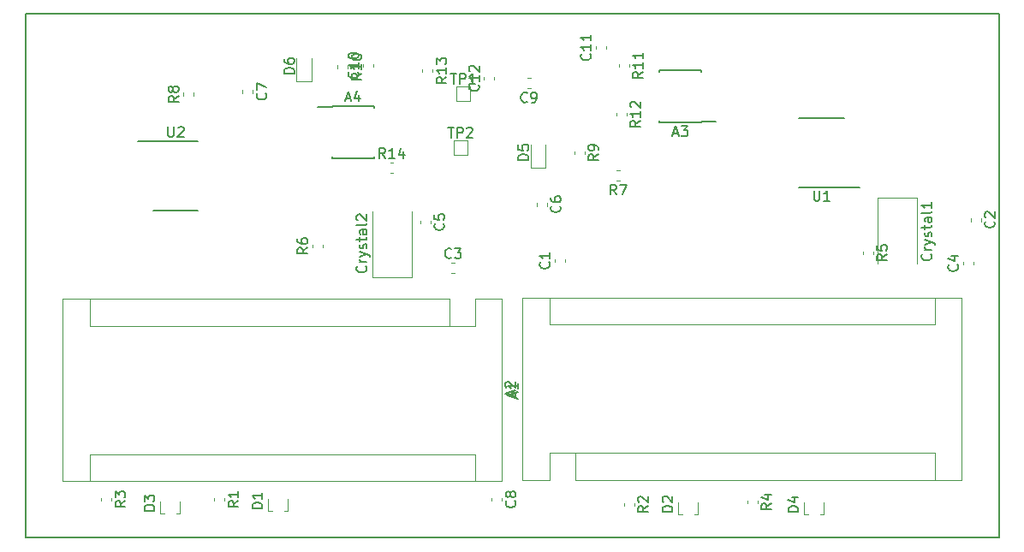
<source format=gbr>
G04 #@! TF.GenerationSoftware,KiCad,Pcbnew,(5.0.1)-3*
G04 #@! TF.CreationDate,2018-11-04T20:32:57-06:00*
G04 #@! TF.ProjectId,ProofOfConceptBoardV1,50726F6F664F66436F6E63657074426F,rev?*
G04 #@! TF.SameCoordinates,Original*
G04 #@! TF.FileFunction,Legend,Top*
G04 #@! TF.FilePolarity,Positive*
%FSLAX46Y46*%
G04 Gerber Fmt 4.6, Leading zero omitted, Abs format (unit mm)*
G04 Created by KiCad (PCBNEW (5.0.1)-3) date 11/4/2018 8:32:57 PM*
%MOMM*%
%LPD*%
G01*
G04 APERTURE LIST*
%ADD10C,0.200000*%
%ADD11C,0.120000*%
%ADD12C,0.150000*%
G04 APERTURE END LIST*
D10*
X78486000Y-108458000D02*
X78486000Y-56642000D01*
X78486000Y-56642000D02*
X174752000Y-56642000D01*
X174752000Y-108458000D02*
X78486000Y-108458000D01*
X174752000Y-56642000D02*
X174752000Y-108458000D01*
D11*
G04 #@! TO.C,Crystal1*
X162749951Y-74774851D02*
X162749951Y-81324851D01*
X166649951Y-74774851D02*
X162749951Y-74774851D01*
X166649951Y-81324851D02*
X166649951Y-74774851D01*
G04 #@! TO.C,D6*
X106780000Y-63258000D02*
X106780000Y-60973000D01*
X105310000Y-63258000D02*
X106780000Y-63258000D01*
X105310000Y-60973000D02*
X105310000Y-63258000D01*
G04 #@! TO.C,R10*
X109345000Y-61712221D02*
X109345000Y-62037779D01*
X110365000Y-61712221D02*
X110365000Y-62037779D01*
D12*
G04 #@! TO.C,U1*
X160976000Y-73808000D02*
X155001000Y-73808000D01*
X159451000Y-66908000D02*
X155001000Y-66908000D01*
D11*
G04 #@! TO.C,R6*
X106851000Y-79750779D02*
X106851000Y-79425221D01*
X107871000Y-79750779D02*
X107871000Y-79425221D01*
G04 #@! TO.C,A1*
X120396000Y-87503000D02*
X122936000Y-87503000D01*
X122936000Y-87503000D02*
X122936000Y-84833000D01*
X120396000Y-84833000D02*
X82166000Y-84833000D01*
X125606000Y-84833000D02*
X122936000Y-84833000D01*
X122936000Y-100203000D02*
X122936000Y-102873000D01*
X122936000Y-100203000D02*
X84836000Y-100203000D01*
X84836000Y-100203000D02*
X84836000Y-102873000D01*
X120396000Y-87503000D02*
X120396000Y-84833000D01*
X120396000Y-87503000D02*
X84836000Y-87503000D01*
X84836000Y-87503000D02*
X84836000Y-84833000D01*
X82166000Y-84833000D02*
X82166000Y-102873000D01*
X82166000Y-102873000D02*
X125606000Y-102873000D01*
X125606000Y-102873000D02*
X125606000Y-84833000D01*
G04 #@! TO.C,A2*
X127632000Y-84706000D02*
X127632000Y-102746000D01*
X171072000Y-84706000D02*
X127632000Y-84706000D01*
X171072000Y-102746000D02*
X171072000Y-84706000D01*
X168402000Y-100076000D02*
X168402000Y-102746000D01*
X132842000Y-100076000D02*
X168402000Y-100076000D01*
X132842000Y-100076000D02*
X132842000Y-102746000D01*
X168402000Y-87376000D02*
X168402000Y-84706000D01*
X130302000Y-87376000D02*
X168402000Y-87376000D01*
X130302000Y-87376000D02*
X130302000Y-84706000D01*
X127632000Y-102746000D02*
X130302000Y-102746000D01*
X132842000Y-102746000D02*
X171072000Y-102746000D01*
X130302000Y-100076000D02*
X130302000Y-102746000D01*
X132842000Y-100076000D02*
X130302000Y-100076000D01*
D12*
G04 #@! TO.C,A3*
X145331000Y-67345000D02*
X145331000Y-67295000D01*
X141181000Y-67345000D02*
X141181000Y-67200000D01*
X141181000Y-62195000D02*
X141181000Y-62340000D01*
X145331000Y-62195000D02*
X145331000Y-62340000D01*
X145331000Y-67345000D02*
X141181000Y-67345000D01*
X145331000Y-62195000D02*
X141181000Y-62195000D01*
X145331000Y-67295000D02*
X146731000Y-67295000D01*
G04 #@! TO.C,A4*
X108796000Y-65801000D02*
X107396000Y-65801000D01*
X108796000Y-70901000D02*
X112946000Y-70901000D01*
X108796000Y-65751000D02*
X112946000Y-65751000D01*
X108796000Y-70901000D02*
X108796000Y-70756000D01*
X112946000Y-70901000D02*
X112946000Y-70756000D01*
X112946000Y-65751000D02*
X112946000Y-65896000D01*
X108796000Y-65751000D02*
X108796000Y-65801000D01*
D11*
G04 #@! TO.C,C2*
X171956000Y-76824721D02*
X171956000Y-77150279D01*
X172976000Y-76824721D02*
X172976000Y-77150279D01*
G04 #@! TO.C,C3*
X120614221Y-81278000D02*
X120939779Y-81278000D01*
X120614221Y-82298000D02*
X120939779Y-82298000D01*
G04 #@! TO.C,C4*
X171194000Y-81442779D02*
X171194000Y-81117221D01*
X172214000Y-81442779D02*
X172214000Y-81117221D01*
G04 #@! TO.C,C5*
X117519000Y-77053221D02*
X117519000Y-77378779D01*
X118539000Y-77053221D02*
X118539000Y-77378779D01*
G04 #@! TO.C,C6*
X129030000Y-75300721D02*
X129030000Y-75626279D01*
X130050000Y-75300721D02*
X130050000Y-75626279D01*
G04 #@! TO.C,C7*
X100967000Y-64150221D02*
X100967000Y-64475779D01*
X99947000Y-64150221D02*
X99947000Y-64475779D01*
G04 #@! TO.C,Crystal2*
X112777000Y-76134000D02*
X112777000Y-82684000D01*
X112777000Y-82684000D02*
X116677000Y-82684000D01*
X116677000Y-82684000D02*
X116677000Y-76134000D01*
G04 #@! TO.C,D1*
X104457157Y-105808497D02*
X104057157Y-105808497D01*
X104457157Y-104608497D02*
X104457157Y-105808497D01*
X102457157Y-105808497D02*
X102857157Y-105808497D01*
X102457157Y-104608497D02*
X102457157Y-105808497D01*
G04 #@! TO.C,D2*
X145018000Y-106123000D02*
X144618000Y-106123000D01*
X145018000Y-104923000D02*
X145018000Y-106123000D01*
X143018000Y-106123000D02*
X143418000Y-106123000D01*
X143018000Y-104923000D02*
X143018000Y-106123000D01*
G04 #@! TO.C,D3*
X91789157Y-104829497D02*
X91789157Y-106029497D01*
X91789157Y-106029497D02*
X92189157Y-106029497D01*
X93789157Y-104829497D02*
X93789157Y-106029497D01*
X93789157Y-106029497D02*
X93389157Y-106029497D01*
G04 #@! TO.C,D4*
X155464000Y-104956000D02*
X155464000Y-106156000D01*
X155464000Y-106156000D02*
X155864000Y-106156000D01*
X157464000Y-104956000D02*
X157464000Y-106156000D01*
X157464000Y-106156000D02*
X157064000Y-106156000D01*
G04 #@! TO.C,D5*
X128466479Y-69530710D02*
X128466479Y-71815710D01*
X128466479Y-71815710D02*
X129936479Y-71815710D01*
X129936479Y-71815710D02*
X129936479Y-69530710D01*
G04 #@! TO.C,R1*
X97153000Y-104485221D02*
X97153000Y-104810779D01*
X98173000Y-104485221D02*
X98173000Y-104810779D01*
G04 #@! TO.C,R2*
X138686000Y-104993221D02*
X138686000Y-105318779D01*
X137666000Y-104993221D02*
X137666000Y-105318779D01*
G04 #@! TO.C,R3*
X86997000Y-104485221D02*
X86997000Y-104810779D01*
X85977000Y-104485221D02*
X85977000Y-104810779D01*
G04 #@! TO.C,R4*
X149858000Y-104739221D02*
X149858000Y-105064779D01*
X150878000Y-104739221D02*
X150878000Y-105064779D01*
G04 #@! TO.C,R5*
X162308000Y-80101221D02*
X162308000Y-80426779D01*
X161288000Y-80101221D02*
X161288000Y-80426779D01*
G04 #@! TO.C,R7*
X137250216Y-72113254D02*
X136924658Y-72113254D01*
X137250216Y-73133254D02*
X136924658Y-73133254D01*
G04 #@! TO.C,R9*
X133775479Y-70193431D02*
X133775479Y-70518989D01*
X132755479Y-70193431D02*
X132755479Y-70518989D01*
G04 #@! TO.C,R11*
X137158000Y-61559221D02*
X137158000Y-61884779D01*
X138178000Y-61559221D02*
X138178000Y-61884779D01*
G04 #@! TO.C,R12*
X137924000Y-66385221D02*
X137924000Y-66710779D01*
X136904000Y-66385221D02*
X136904000Y-66710779D01*
G04 #@! TO.C,R13*
X118747000Y-62067221D02*
X118747000Y-62392779D01*
X117727000Y-62067221D02*
X117727000Y-62392779D01*
G04 #@! TO.C,R14*
X114543721Y-72392000D02*
X114869279Y-72392000D01*
X114543721Y-71372000D02*
X114869279Y-71372000D01*
G04 #@! TO.C,TP1*
X121093000Y-65216000D02*
X121093000Y-63816000D01*
X122493000Y-65216000D02*
X121093000Y-65216000D01*
X122493000Y-63816000D02*
X122493000Y-65216000D01*
X121093000Y-63816000D02*
X122493000Y-63816000D01*
G04 #@! TO.C,TP2*
X120839000Y-69150000D02*
X122239000Y-69150000D01*
X122239000Y-69150000D02*
X122239000Y-70550000D01*
X122239000Y-70550000D02*
X120839000Y-70550000D01*
X120839000Y-70550000D02*
X120839000Y-69150000D01*
D12*
G04 #@! TO.C,U2*
X91120000Y-76094000D02*
X95570000Y-76094000D01*
X89595000Y-69194000D02*
X95570000Y-69194000D01*
D11*
G04 #@! TO.C,R8*
X94105000Y-64729779D02*
X94105000Y-64404221D01*
X95125000Y-64729779D02*
X95125000Y-64404221D01*
G04 #@! TO.C,C8*
X124585000Y-104485221D02*
X124585000Y-104810779D01*
X125605000Y-104485221D02*
X125605000Y-104810779D01*
G04 #@! TO.C,C9*
X128432779Y-62990000D02*
X128107221Y-62990000D01*
X128432779Y-64010000D02*
X128107221Y-64010000D01*
G04 #@! TO.C,C10*
X111885000Y-61884779D02*
X111885000Y-61559221D01*
X112905000Y-61884779D02*
X112905000Y-61559221D01*
G04 #@! TO.C,C11*
X134872000Y-60106779D02*
X134872000Y-59781221D01*
X135892000Y-60106779D02*
X135892000Y-59781221D01*
G04 #@! TO.C,C12*
X124843000Y-63154779D02*
X124843000Y-62829221D01*
X123823000Y-63154779D02*
X123823000Y-62829221D01*
G04 #@! TO.C,C1*
X130808000Y-81188779D02*
X130808000Y-80863221D01*
X131828000Y-81188779D02*
X131828000Y-80863221D01*
G04 #@! TO.C,Crystal1*
D12*
X168007093Y-80386755D02*
X168054712Y-80434374D01*
X168102331Y-80577231D01*
X168102331Y-80672470D01*
X168054712Y-80815327D01*
X167959474Y-80910565D01*
X167864236Y-80958184D01*
X167673760Y-81005803D01*
X167530903Y-81005803D01*
X167340427Y-80958184D01*
X167245189Y-80910565D01*
X167149951Y-80815327D01*
X167102331Y-80672470D01*
X167102331Y-80577231D01*
X167149951Y-80434374D01*
X167197570Y-80386755D01*
X168102331Y-79958184D02*
X167435665Y-79958184D01*
X167626141Y-79958184D02*
X167530903Y-79910565D01*
X167483284Y-79862946D01*
X167435665Y-79767708D01*
X167435665Y-79672470D01*
X167435665Y-79434374D02*
X168102331Y-79196279D01*
X167435665Y-78958184D02*
X168102331Y-79196279D01*
X168340427Y-79291517D01*
X168388046Y-79339136D01*
X168435665Y-79434374D01*
X168054712Y-78624851D02*
X168102331Y-78529612D01*
X168102331Y-78339136D01*
X168054712Y-78243898D01*
X167959474Y-78196279D01*
X167911855Y-78196279D01*
X167816617Y-78243898D01*
X167768998Y-78339136D01*
X167768998Y-78481993D01*
X167721379Y-78577231D01*
X167626141Y-78624851D01*
X167578522Y-78624851D01*
X167483284Y-78577231D01*
X167435665Y-78481993D01*
X167435665Y-78339136D01*
X167483284Y-78243898D01*
X167435665Y-77910565D02*
X167435665Y-77529612D01*
X167102331Y-77767708D02*
X167959474Y-77767708D01*
X168054712Y-77720089D01*
X168102331Y-77624851D01*
X168102331Y-77529612D01*
X168102331Y-76767708D02*
X167578522Y-76767708D01*
X167483284Y-76815327D01*
X167435665Y-76910565D01*
X167435665Y-77101041D01*
X167483284Y-77196279D01*
X168054712Y-76767708D02*
X168102331Y-76862946D01*
X168102331Y-77101041D01*
X168054712Y-77196279D01*
X167959474Y-77243898D01*
X167864236Y-77243898D01*
X167768998Y-77196279D01*
X167721379Y-77101041D01*
X167721379Y-76862946D01*
X167673760Y-76767708D01*
X168102331Y-76148660D02*
X168054712Y-76243898D01*
X167959474Y-76291517D01*
X167102331Y-76291517D01*
X168102331Y-75243898D02*
X168102331Y-75815327D01*
X168102331Y-75529612D02*
X167102331Y-75529612D01*
X167245189Y-75624851D01*
X167340427Y-75720089D01*
X167388046Y-75815327D01*
G04 #@! TO.C,D6*
X105067380Y-62511095D02*
X104067380Y-62511095D01*
X104067380Y-62273000D01*
X104115000Y-62130142D01*
X104210238Y-62034904D01*
X104305476Y-61987285D01*
X104495952Y-61939666D01*
X104638809Y-61939666D01*
X104829285Y-61987285D01*
X104924523Y-62034904D01*
X105019761Y-62130142D01*
X105067380Y-62273000D01*
X105067380Y-62511095D01*
X104067380Y-61082523D02*
X104067380Y-61273000D01*
X104115000Y-61368238D01*
X104162619Y-61415857D01*
X104305476Y-61511095D01*
X104495952Y-61558714D01*
X104876904Y-61558714D01*
X104972142Y-61511095D01*
X105019761Y-61463476D01*
X105067380Y-61368238D01*
X105067380Y-61177761D01*
X105019761Y-61082523D01*
X104972142Y-61034904D01*
X104876904Y-60987285D01*
X104638809Y-60987285D01*
X104543571Y-61034904D01*
X104495952Y-61082523D01*
X104448333Y-61177761D01*
X104448333Y-61368238D01*
X104495952Y-61463476D01*
X104543571Y-61511095D01*
X104638809Y-61558714D01*
G04 #@! TO.C,R10*
X111737380Y-62517857D02*
X111261190Y-62851190D01*
X111737380Y-63089285D02*
X110737380Y-63089285D01*
X110737380Y-62708333D01*
X110785000Y-62613095D01*
X110832619Y-62565476D01*
X110927857Y-62517857D01*
X111070714Y-62517857D01*
X111165952Y-62565476D01*
X111213571Y-62613095D01*
X111261190Y-62708333D01*
X111261190Y-63089285D01*
X111737380Y-61565476D02*
X111737380Y-62136904D01*
X111737380Y-61851190D02*
X110737380Y-61851190D01*
X110880238Y-61946428D01*
X110975476Y-62041666D01*
X111023095Y-62136904D01*
X110737380Y-60946428D02*
X110737380Y-60851190D01*
X110785000Y-60755952D01*
X110832619Y-60708333D01*
X110927857Y-60660714D01*
X111118333Y-60613095D01*
X111356428Y-60613095D01*
X111546904Y-60660714D01*
X111642142Y-60708333D01*
X111689761Y-60755952D01*
X111737380Y-60851190D01*
X111737380Y-60946428D01*
X111689761Y-61041666D01*
X111642142Y-61089285D01*
X111546904Y-61136904D01*
X111356428Y-61184523D01*
X111118333Y-61184523D01*
X110927857Y-61136904D01*
X110832619Y-61089285D01*
X110785000Y-61041666D01*
X110737380Y-60946428D01*
G04 #@! TO.C,U1*
X156464095Y-74110380D02*
X156464095Y-74919904D01*
X156511714Y-75015142D01*
X156559333Y-75062761D01*
X156654571Y-75110380D01*
X156845047Y-75110380D01*
X156940285Y-75062761D01*
X156987904Y-75015142D01*
X157035523Y-74919904D01*
X157035523Y-74110380D01*
X158035523Y-75110380D02*
X157464095Y-75110380D01*
X157749809Y-75110380D02*
X157749809Y-74110380D01*
X157654571Y-74253238D01*
X157559333Y-74348476D01*
X157464095Y-74396095D01*
G04 #@! TO.C,R6*
X106383380Y-79754666D02*
X105907190Y-80088000D01*
X106383380Y-80326095D02*
X105383380Y-80326095D01*
X105383380Y-79945142D01*
X105431000Y-79849904D01*
X105478619Y-79802285D01*
X105573857Y-79754666D01*
X105716714Y-79754666D01*
X105811952Y-79802285D01*
X105859571Y-79849904D01*
X105907190Y-79945142D01*
X105907190Y-80326095D01*
X105383380Y-78897523D02*
X105383380Y-79088000D01*
X105431000Y-79183238D01*
X105478619Y-79230857D01*
X105621476Y-79326095D01*
X105811952Y-79373714D01*
X106192904Y-79373714D01*
X106288142Y-79326095D01*
X106335761Y-79278476D01*
X106383380Y-79183238D01*
X106383380Y-78992761D01*
X106335761Y-78897523D01*
X106288142Y-78849904D01*
X106192904Y-78802285D01*
X105954809Y-78802285D01*
X105859571Y-78849904D01*
X105811952Y-78897523D01*
X105764333Y-78992761D01*
X105764333Y-79183238D01*
X105811952Y-79278476D01*
X105859571Y-79326095D01*
X105954809Y-79373714D01*
G04 #@! TO.C,A1*
X126912666Y-94567285D02*
X126912666Y-94091095D01*
X127198380Y-94662523D02*
X126198380Y-94329190D01*
X127198380Y-93995857D01*
X127198380Y-93138714D02*
X127198380Y-93710142D01*
X127198380Y-93424428D02*
X126198380Y-93424428D01*
X126341238Y-93519666D01*
X126436476Y-93614904D01*
X126484095Y-93710142D01*
G04 #@! TO.C,A2*
X126658666Y-94440285D02*
X126658666Y-93964095D01*
X126944380Y-94535523D02*
X125944380Y-94202190D01*
X126944380Y-93868857D01*
X126039619Y-93583142D02*
X125992000Y-93535523D01*
X125944380Y-93440285D01*
X125944380Y-93202190D01*
X125992000Y-93106952D01*
X126039619Y-93059333D01*
X126134857Y-93011714D01*
X126230095Y-93011714D01*
X126372952Y-93059333D01*
X126944380Y-93630761D01*
X126944380Y-93011714D01*
G04 #@! TO.C,A3*
X142541714Y-68436666D02*
X143017904Y-68436666D01*
X142446476Y-68722380D02*
X142779809Y-67722380D01*
X143113142Y-68722380D01*
X143351238Y-67722380D02*
X143970285Y-67722380D01*
X143636952Y-68103333D01*
X143779809Y-68103333D01*
X143875047Y-68150952D01*
X143922666Y-68198571D01*
X143970285Y-68293809D01*
X143970285Y-68531904D01*
X143922666Y-68627142D01*
X143875047Y-68674761D01*
X143779809Y-68722380D01*
X143494095Y-68722380D01*
X143398857Y-68674761D01*
X143351238Y-68627142D01*
G04 #@! TO.C,A4*
X110156714Y-64992666D02*
X110632904Y-64992666D01*
X110061476Y-65278380D02*
X110394809Y-64278380D01*
X110728142Y-65278380D01*
X111490047Y-64611714D02*
X111490047Y-65278380D01*
X111251952Y-64230761D02*
X111013857Y-64945047D01*
X111632904Y-64945047D01*
G04 #@! TO.C,C2*
X174253142Y-77154166D02*
X174300761Y-77201785D01*
X174348380Y-77344642D01*
X174348380Y-77439880D01*
X174300761Y-77582738D01*
X174205523Y-77677976D01*
X174110285Y-77725595D01*
X173919809Y-77773214D01*
X173776952Y-77773214D01*
X173586476Y-77725595D01*
X173491238Y-77677976D01*
X173396000Y-77582738D01*
X173348380Y-77439880D01*
X173348380Y-77344642D01*
X173396000Y-77201785D01*
X173443619Y-77154166D01*
X173443619Y-76773214D02*
X173396000Y-76725595D01*
X173348380Y-76630357D01*
X173348380Y-76392261D01*
X173396000Y-76297023D01*
X173443619Y-76249404D01*
X173538857Y-76201785D01*
X173634095Y-76201785D01*
X173776952Y-76249404D01*
X174348380Y-76820833D01*
X174348380Y-76201785D01*
G04 #@! TO.C,C3*
X120610333Y-80715142D02*
X120562714Y-80762761D01*
X120419857Y-80810380D01*
X120324619Y-80810380D01*
X120181761Y-80762761D01*
X120086523Y-80667523D01*
X120038904Y-80572285D01*
X119991285Y-80381809D01*
X119991285Y-80238952D01*
X120038904Y-80048476D01*
X120086523Y-79953238D01*
X120181761Y-79858000D01*
X120324619Y-79810380D01*
X120419857Y-79810380D01*
X120562714Y-79858000D01*
X120610333Y-79905619D01*
X120943666Y-79810380D02*
X121562714Y-79810380D01*
X121229380Y-80191333D01*
X121372238Y-80191333D01*
X121467476Y-80238952D01*
X121515095Y-80286571D01*
X121562714Y-80381809D01*
X121562714Y-80619904D01*
X121515095Y-80715142D01*
X121467476Y-80762761D01*
X121372238Y-80810380D01*
X121086523Y-80810380D01*
X120991285Y-80762761D01*
X120943666Y-80715142D01*
G04 #@! TO.C,C4*
X170631142Y-81446666D02*
X170678761Y-81494285D01*
X170726380Y-81637142D01*
X170726380Y-81732380D01*
X170678761Y-81875238D01*
X170583523Y-81970476D01*
X170488285Y-82018095D01*
X170297809Y-82065714D01*
X170154952Y-82065714D01*
X169964476Y-82018095D01*
X169869238Y-81970476D01*
X169774000Y-81875238D01*
X169726380Y-81732380D01*
X169726380Y-81637142D01*
X169774000Y-81494285D01*
X169821619Y-81446666D01*
X170059714Y-80589523D02*
X170726380Y-80589523D01*
X169678761Y-80827619D02*
X170393047Y-81065714D01*
X170393047Y-80446666D01*
G04 #@! TO.C,C5*
X119816142Y-77382666D02*
X119863761Y-77430285D01*
X119911380Y-77573142D01*
X119911380Y-77668380D01*
X119863761Y-77811238D01*
X119768523Y-77906476D01*
X119673285Y-77954095D01*
X119482809Y-78001714D01*
X119339952Y-78001714D01*
X119149476Y-77954095D01*
X119054238Y-77906476D01*
X118959000Y-77811238D01*
X118911380Y-77668380D01*
X118911380Y-77573142D01*
X118959000Y-77430285D01*
X119006619Y-77382666D01*
X118911380Y-76477904D02*
X118911380Y-76954095D01*
X119387571Y-77001714D01*
X119339952Y-76954095D01*
X119292333Y-76858857D01*
X119292333Y-76620761D01*
X119339952Y-76525523D01*
X119387571Y-76477904D01*
X119482809Y-76430285D01*
X119720904Y-76430285D01*
X119816142Y-76477904D01*
X119863761Y-76525523D01*
X119911380Y-76620761D01*
X119911380Y-76858857D01*
X119863761Y-76954095D01*
X119816142Y-77001714D01*
G04 #@! TO.C,C6*
X131327142Y-75630166D02*
X131374761Y-75677785D01*
X131422380Y-75820642D01*
X131422380Y-75915880D01*
X131374761Y-76058738D01*
X131279523Y-76153976D01*
X131184285Y-76201595D01*
X130993809Y-76249214D01*
X130850952Y-76249214D01*
X130660476Y-76201595D01*
X130565238Y-76153976D01*
X130470000Y-76058738D01*
X130422380Y-75915880D01*
X130422380Y-75820642D01*
X130470000Y-75677785D01*
X130517619Y-75630166D01*
X130422380Y-74773023D02*
X130422380Y-74963500D01*
X130470000Y-75058738D01*
X130517619Y-75106357D01*
X130660476Y-75201595D01*
X130850952Y-75249214D01*
X131231904Y-75249214D01*
X131327142Y-75201595D01*
X131374761Y-75153976D01*
X131422380Y-75058738D01*
X131422380Y-74868261D01*
X131374761Y-74773023D01*
X131327142Y-74725404D01*
X131231904Y-74677785D01*
X130993809Y-74677785D01*
X130898571Y-74725404D01*
X130850952Y-74773023D01*
X130803333Y-74868261D01*
X130803333Y-75058738D01*
X130850952Y-75153976D01*
X130898571Y-75201595D01*
X130993809Y-75249214D01*
G04 #@! TO.C,C7*
X102244142Y-64479666D02*
X102291761Y-64527285D01*
X102339380Y-64670142D01*
X102339380Y-64765380D01*
X102291761Y-64908238D01*
X102196523Y-65003476D01*
X102101285Y-65051095D01*
X101910809Y-65098714D01*
X101767952Y-65098714D01*
X101577476Y-65051095D01*
X101482238Y-65003476D01*
X101387000Y-64908238D01*
X101339380Y-64765380D01*
X101339380Y-64670142D01*
X101387000Y-64527285D01*
X101434619Y-64479666D01*
X101339380Y-64146333D02*
X101339380Y-63479666D01*
X102339380Y-63908238D01*
G04 #@! TO.C,Crystal2*
X112134142Y-81595904D02*
X112181761Y-81643523D01*
X112229380Y-81786380D01*
X112229380Y-81881619D01*
X112181761Y-82024476D01*
X112086523Y-82119714D01*
X111991285Y-82167333D01*
X111800809Y-82214952D01*
X111657952Y-82214952D01*
X111467476Y-82167333D01*
X111372238Y-82119714D01*
X111277000Y-82024476D01*
X111229380Y-81881619D01*
X111229380Y-81786380D01*
X111277000Y-81643523D01*
X111324619Y-81595904D01*
X112229380Y-81167333D02*
X111562714Y-81167333D01*
X111753190Y-81167333D02*
X111657952Y-81119714D01*
X111610333Y-81072095D01*
X111562714Y-80976857D01*
X111562714Y-80881619D01*
X111562714Y-80643523D02*
X112229380Y-80405428D01*
X111562714Y-80167333D02*
X112229380Y-80405428D01*
X112467476Y-80500666D01*
X112515095Y-80548285D01*
X112562714Y-80643523D01*
X112181761Y-79834000D02*
X112229380Y-79738761D01*
X112229380Y-79548285D01*
X112181761Y-79453047D01*
X112086523Y-79405428D01*
X112038904Y-79405428D01*
X111943666Y-79453047D01*
X111896047Y-79548285D01*
X111896047Y-79691142D01*
X111848428Y-79786380D01*
X111753190Y-79834000D01*
X111705571Y-79834000D01*
X111610333Y-79786380D01*
X111562714Y-79691142D01*
X111562714Y-79548285D01*
X111610333Y-79453047D01*
X111562714Y-79119714D02*
X111562714Y-78738761D01*
X111229380Y-78976857D02*
X112086523Y-78976857D01*
X112181761Y-78929238D01*
X112229380Y-78834000D01*
X112229380Y-78738761D01*
X112229380Y-77976857D02*
X111705571Y-77976857D01*
X111610333Y-78024476D01*
X111562714Y-78119714D01*
X111562714Y-78310190D01*
X111610333Y-78405428D01*
X112181761Y-77976857D02*
X112229380Y-78072095D01*
X112229380Y-78310190D01*
X112181761Y-78405428D01*
X112086523Y-78453047D01*
X111991285Y-78453047D01*
X111896047Y-78405428D01*
X111848428Y-78310190D01*
X111848428Y-78072095D01*
X111800809Y-77976857D01*
X112229380Y-77357809D02*
X112181761Y-77453047D01*
X112086523Y-77500666D01*
X111229380Y-77500666D01*
X111324619Y-77024476D02*
X111277000Y-76976857D01*
X111229380Y-76881619D01*
X111229380Y-76643523D01*
X111277000Y-76548285D01*
X111324619Y-76500666D01*
X111419857Y-76453047D01*
X111515095Y-76453047D01*
X111657952Y-76500666D01*
X112229380Y-77072095D01*
X112229380Y-76453047D01*
G04 #@! TO.C,D1*
X101909537Y-105546592D02*
X100909537Y-105546592D01*
X100909537Y-105308497D01*
X100957157Y-105165639D01*
X101052395Y-105070401D01*
X101147633Y-105022782D01*
X101338109Y-104975163D01*
X101480966Y-104975163D01*
X101671442Y-105022782D01*
X101766680Y-105070401D01*
X101861918Y-105165639D01*
X101909537Y-105308497D01*
X101909537Y-105546592D01*
X101909537Y-104022782D02*
X101909537Y-104594211D01*
X101909537Y-104308497D02*
X100909537Y-104308497D01*
X101052395Y-104403735D01*
X101147633Y-104498973D01*
X101195252Y-104594211D01*
G04 #@! TO.C,D2*
X142470380Y-105861095D02*
X141470380Y-105861095D01*
X141470380Y-105623000D01*
X141518000Y-105480142D01*
X141613238Y-105384904D01*
X141708476Y-105337285D01*
X141898952Y-105289666D01*
X142041809Y-105289666D01*
X142232285Y-105337285D01*
X142327523Y-105384904D01*
X142422761Y-105480142D01*
X142470380Y-105623000D01*
X142470380Y-105861095D01*
X141565619Y-104908714D02*
X141518000Y-104861095D01*
X141470380Y-104765857D01*
X141470380Y-104527761D01*
X141518000Y-104432523D01*
X141565619Y-104384904D01*
X141660857Y-104337285D01*
X141756095Y-104337285D01*
X141898952Y-104384904D01*
X142470380Y-104956333D01*
X142470380Y-104337285D01*
G04 #@! TO.C,D3*
X91241537Y-105767592D02*
X90241537Y-105767592D01*
X90241537Y-105529497D01*
X90289157Y-105386639D01*
X90384395Y-105291401D01*
X90479633Y-105243782D01*
X90670109Y-105196163D01*
X90812966Y-105196163D01*
X91003442Y-105243782D01*
X91098680Y-105291401D01*
X91193918Y-105386639D01*
X91241537Y-105529497D01*
X91241537Y-105767592D01*
X90241537Y-104862830D02*
X90241537Y-104243782D01*
X90622490Y-104577116D01*
X90622490Y-104434258D01*
X90670109Y-104339020D01*
X90717728Y-104291401D01*
X90812966Y-104243782D01*
X91051061Y-104243782D01*
X91146299Y-104291401D01*
X91193918Y-104339020D01*
X91241537Y-104434258D01*
X91241537Y-104719973D01*
X91193918Y-104815211D01*
X91146299Y-104862830D01*
G04 #@! TO.C,D4*
X154916380Y-105894095D02*
X153916380Y-105894095D01*
X153916380Y-105656000D01*
X153964000Y-105513142D01*
X154059238Y-105417904D01*
X154154476Y-105370285D01*
X154344952Y-105322666D01*
X154487809Y-105322666D01*
X154678285Y-105370285D01*
X154773523Y-105417904D01*
X154868761Y-105513142D01*
X154916380Y-105656000D01*
X154916380Y-105894095D01*
X154249714Y-104465523D02*
X154916380Y-104465523D01*
X153868761Y-104703619D02*
X154583047Y-104941714D01*
X154583047Y-104322666D01*
G04 #@! TO.C,D5*
X128223859Y-71068805D02*
X127223859Y-71068805D01*
X127223859Y-70830710D01*
X127271479Y-70687852D01*
X127366717Y-70592614D01*
X127461955Y-70544995D01*
X127652431Y-70497376D01*
X127795288Y-70497376D01*
X127985764Y-70544995D01*
X128081002Y-70592614D01*
X128176240Y-70687852D01*
X128223859Y-70830710D01*
X128223859Y-71068805D01*
X127223859Y-69592614D02*
X127223859Y-70068805D01*
X127700050Y-70116424D01*
X127652431Y-70068805D01*
X127604812Y-69973567D01*
X127604812Y-69735471D01*
X127652431Y-69640233D01*
X127700050Y-69592614D01*
X127795288Y-69544995D01*
X128033383Y-69544995D01*
X128128621Y-69592614D01*
X128176240Y-69640233D01*
X128223859Y-69735471D01*
X128223859Y-69973567D01*
X128176240Y-70068805D01*
X128128621Y-70116424D01*
G04 #@! TO.C,R1*
X99545380Y-104814666D02*
X99069190Y-105148000D01*
X99545380Y-105386095D02*
X98545380Y-105386095D01*
X98545380Y-105005142D01*
X98593000Y-104909904D01*
X98640619Y-104862285D01*
X98735857Y-104814666D01*
X98878714Y-104814666D01*
X98973952Y-104862285D01*
X99021571Y-104909904D01*
X99069190Y-105005142D01*
X99069190Y-105386095D01*
X99545380Y-103862285D02*
X99545380Y-104433714D01*
X99545380Y-104148000D02*
X98545380Y-104148000D01*
X98688238Y-104243238D01*
X98783476Y-104338476D01*
X98831095Y-104433714D01*
G04 #@! TO.C,R2*
X140058380Y-105322666D02*
X139582190Y-105656000D01*
X140058380Y-105894095D02*
X139058380Y-105894095D01*
X139058380Y-105513142D01*
X139106000Y-105417904D01*
X139153619Y-105370285D01*
X139248857Y-105322666D01*
X139391714Y-105322666D01*
X139486952Y-105370285D01*
X139534571Y-105417904D01*
X139582190Y-105513142D01*
X139582190Y-105894095D01*
X139153619Y-104941714D02*
X139106000Y-104894095D01*
X139058380Y-104798857D01*
X139058380Y-104560761D01*
X139106000Y-104465523D01*
X139153619Y-104417904D01*
X139248857Y-104370285D01*
X139344095Y-104370285D01*
X139486952Y-104417904D01*
X140058380Y-104989333D01*
X140058380Y-104370285D01*
G04 #@! TO.C,R3*
X88369380Y-104814666D02*
X87893190Y-105148000D01*
X88369380Y-105386095D02*
X87369380Y-105386095D01*
X87369380Y-105005142D01*
X87417000Y-104909904D01*
X87464619Y-104862285D01*
X87559857Y-104814666D01*
X87702714Y-104814666D01*
X87797952Y-104862285D01*
X87845571Y-104909904D01*
X87893190Y-105005142D01*
X87893190Y-105386095D01*
X87369380Y-104481333D02*
X87369380Y-103862285D01*
X87750333Y-104195619D01*
X87750333Y-104052761D01*
X87797952Y-103957523D01*
X87845571Y-103909904D01*
X87940809Y-103862285D01*
X88178904Y-103862285D01*
X88274142Y-103909904D01*
X88321761Y-103957523D01*
X88369380Y-104052761D01*
X88369380Y-104338476D01*
X88321761Y-104433714D01*
X88274142Y-104481333D01*
G04 #@! TO.C,R4*
X152250380Y-105068666D02*
X151774190Y-105402000D01*
X152250380Y-105640095D02*
X151250380Y-105640095D01*
X151250380Y-105259142D01*
X151298000Y-105163904D01*
X151345619Y-105116285D01*
X151440857Y-105068666D01*
X151583714Y-105068666D01*
X151678952Y-105116285D01*
X151726571Y-105163904D01*
X151774190Y-105259142D01*
X151774190Y-105640095D01*
X151583714Y-104211523D02*
X152250380Y-104211523D01*
X151202761Y-104449619D02*
X151917047Y-104687714D01*
X151917047Y-104068666D01*
G04 #@! TO.C,R5*
X163680380Y-80430666D02*
X163204190Y-80764000D01*
X163680380Y-81002095D02*
X162680380Y-81002095D01*
X162680380Y-80621142D01*
X162728000Y-80525904D01*
X162775619Y-80478285D01*
X162870857Y-80430666D01*
X163013714Y-80430666D01*
X163108952Y-80478285D01*
X163156571Y-80525904D01*
X163204190Y-80621142D01*
X163204190Y-81002095D01*
X162680380Y-79525904D02*
X162680380Y-80002095D01*
X163156571Y-80049714D01*
X163108952Y-80002095D01*
X163061333Y-79906857D01*
X163061333Y-79668761D01*
X163108952Y-79573523D01*
X163156571Y-79525904D01*
X163251809Y-79478285D01*
X163489904Y-79478285D01*
X163585142Y-79525904D01*
X163632761Y-79573523D01*
X163680380Y-79668761D01*
X163680380Y-79906857D01*
X163632761Y-80002095D01*
X163585142Y-80049714D01*
G04 #@! TO.C,R7*
X136920770Y-74505634D02*
X136587437Y-74029444D01*
X136349341Y-74505634D02*
X136349341Y-73505634D01*
X136730294Y-73505634D01*
X136825532Y-73553254D01*
X136873151Y-73600873D01*
X136920770Y-73696111D01*
X136920770Y-73838968D01*
X136873151Y-73934206D01*
X136825532Y-73981825D01*
X136730294Y-74029444D01*
X136349341Y-74029444D01*
X137254103Y-73505634D02*
X137920770Y-73505634D01*
X137492198Y-74505634D01*
G04 #@! TO.C,R9*
X135147859Y-70522876D02*
X134671669Y-70856210D01*
X135147859Y-71094305D02*
X134147859Y-71094305D01*
X134147859Y-70713352D01*
X134195479Y-70618114D01*
X134243098Y-70570495D01*
X134338336Y-70522876D01*
X134481193Y-70522876D01*
X134576431Y-70570495D01*
X134624050Y-70618114D01*
X134671669Y-70713352D01*
X134671669Y-71094305D01*
X135147859Y-70046686D02*
X135147859Y-69856210D01*
X135100240Y-69760971D01*
X135052621Y-69713352D01*
X134909764Y-69618114D01*
X134719288Y-69570495D01*
X134338336Y-69570495D01*
X134243098Y-69618114D01*
X134195479Y-69665733D01*
X134147859Y-69760971D01*
X134147859Y-69951448D01*
X134195479Y-70046686D01*
X134243098Y-70094305D01*
X134338336Y-70141924D01*
X134576431Y-70141924D01*
X134671669Y-70094305D01*
X134719288Y-70046686D01*
X134766907Y-69951448D01*
X134766907Y-69760971D01*
X134719288Y-69665733D01*
X134671669Y-69618114D01*
X134576431Y-69570495D01*
G04 #@! TO.C,R11*
X139550380Y-62364857D02*
X139074190Y-62698190D01*
X139550380Y-62936285D02*
X138550380Y-62936285D01*
X138550380Y-62555333D01*
X138598000Y-62460095D01*
X138645619Y-62412476D01*
X138740857Y-62364857D01*
X138883714Y-62364857D01*
X138978952Y-62412476D01*
X139026571Y-62460095D01*
X139074190Y-62555333D01*
X139074190Y-62936285D01*
X139550380Y-61412476D02*
X139550380Y-61983904D01*
X139550380Y-61698190D02*
X138550380Y-61698190D01*
X138693238Y-61793428D01*
X138788476Y-61888666D01*
X138836095Y-61983904D01*
X139550380Y-60460095D02*
X139550380Y-61031523D01*
X139550380Y-60745809D02*
X138550380Y-60745809D01*
X138693238Y-60841047D01*
X138788476Y-60936285D01*
X138836095Y-61031523D01*
G04 #@! TO.C,R12*
X139296380Y-67190857D02*
X138820190Y-67524190D01*
X139296380Y-67762285D02*
X138296380Y-67762285D01*
X138296380Y-67381333D01*
X138344000Y-67286095D01*
X138391619Y-67238476D01*
X138486857Y-67190857D01*
X138629714Y-67190857D01*
X138724952Y-67238476D01*
X138772571Y-67286095D01*
X138820190Y-67381333D01*
X138820190Y-67762285D01*
X139296380Y-66238476D02*
X139296380Y-66809904D01*
X139296380Y-66524190D02*
X138296380Y-66524190D01*
X138439238Y-66619428D01*
X138534476Y-66714666D01*
X138582095Y-66809904D01*
X138391619Y-65857523D02*
X138344000Y-65809904D01*
X138296380Y-65714666D01*
X138296380Y-65476571D01*
X138344000Y-65381333D01*
X138391619Y-65333714D01*
X138486857Y-65286095D01*
X138582095Y-65286095D01*
X138724952Y-65333714D01*
X139296380Y-65905142D01*
X139296380Y-65286095D01*
G04 #@! TO.C,R13*
X120119380Y-62872857D02*
X119643190Y-63206190D01*
X120119380Y-63444285D02*
X119119380Y-63444285D01*
X119119380Y-63063333D01*
X119167000Y-62968095D01*
X119214619Y-62920476D01*
X119309857Y-62872857D01*
X119452714Y-62872857D01*
X119547952Y-62920476D01*
X119595571Y-62968095D01*
X119643190Y-63063333D01*
X119643190Y-63444285D01*
X120119380Y-61920476D02*
X120119380Y-62491904D01*
X120119380Y-62206190D02*
X119119380Y-62206190D01*
X119262238Y-62301428D01*
X119357476Y-62396666D01*
X119405095Y-62491904D01*
X119119380Y-61587142D02*
X119119380Y-60968095D01*
X119500333Y-61301428D01*
X119500333Y-61158571D01*
X119547952Y-61063333D01*
X119595571Y-61015714D01*
X119690809Y-60968095D01*
X119928904Y-60968095D01*
X120024142Y-61015714D01*
X120071761Y-61063333D01*
X120119380Y-61158571D01*
X120119380Y-61444285D01*
X120071761Y-61539523D01*
X120024142Y-61587142D01*
G04 #@! TO.C,R14*
X114063642Y-70904380D02*
X113730309Y-70428190D01*
X113492214Y-70904380D02*
X113492214Y-69904380D01*
X113873166Y-69904380D01*
X113968404Y-69952000D01*
X114016023Y-69999619D01*
X114063642Y-70094857D01*
X114063642Y-70237714D01*
X114016023Y-70332952D01*
X113968404Y-70380571D01*
X113873166Y-70428190D01*
X113492214Y-70428190D01*
X115016023Y-70904380D02*
X114444595Y-70904380D01*
X114730309Y-70904380D02*
X114730309Y-69904380D01*
X114635071Y-70047238D01*
X114539833Y-70142476D01*
X114444595Y-70190095D01*
X115873166Y-70237714D02*
X115873166Y-70904380D01*
X115635071Y-69856761D02*
X115396976Y-70571047D01*
X116016023Y-70571047D01*
G04 #@! TO.C,TP1*
X120531095Y-62520380D02*
X121102523Y-62520380D01*
X120816809Y-63520380D02*
X120816809Y-62520380D01*
X121435857Y-63520380D02*
X121435857Y-62520380D01*
X121816809Y-62520380D01*
X121912047Y-62568000D01*
X121959666Y-62615619D01*
X122007285Y-62710857D01*
X122007285Y-62853714D01*
X121959666Y-62948952D01*
X121912047Y-62996571D01*
X121816809Y-63044190D01*
X121435857Y-63044190D01*
X122959666Y-63520380D02*
X122388238Y-63520380D01*
X122673952Y-63520380D02*
X122673952Y-62520380D01*
X122578714Y-62663238D01*
X122483476Y-62758476D01*
X122388238Y-62806095D01*
G04 #@! TO.C,TP2*
X120277095Y-67854380D02*
X120848523Y-67854380D01*
X120562809Y-68854380D02*
X120562809Y-67854380D01*
X121181857Y-68854380D02*
X121181857Y-67854380D01*
X121562809Y-67854380D01*
X121658047Y-67902000D01*
X121705666Y-67949619D01*
X121753285Y-68044857D01*
X121753285Y-68187714D01*
X121705666Y-68282952D01*
X121658047Y-68330571D01*
X121562809Y-68378190D01*
X121181857Y-68378190D01*
X122134238Y-67949619D02*
X122181857Y-67902000D01*
X122277095Y-67854380D01*
X122515190Y-67854380D01*
X122610428Y-67902000D01*
X122658047Y-67949619D01*
X122705666Y-68044857D01*
X122705666Y-68140095D01*
X122658047Y-68282952D01*
X122086619Y-68854380D01*
X122705666Y-68854380D01*
G04 #@! TO.C,U2*
X92583095Y-67796380D02*
X92583095Y-68605904D01*
X92630714Y-68701142D01*
X92678333Y-68748761D01*
X92773571Y-68796380D01*
X92964047Y-68796380D01*
X93059285Y-68748761D01*
X93106904Y-68701142D01*
X93154523Y-68605904D01*
X93154523Y-67796380D01*
X93583095Y-67891619D02*
X93630714Y-67844000D01*
X93725952Y-67796380D01*
X93964047Y-67796380D01*
X94059285Y-67844000D01*
X94106904Y-67891619D01*
X94154523Y-67986857D01*
X94154523Y-68082095D01*
X94106904Y-68224952D01*
X93535476Y-68796380D01*
X94154523Y-68796380D01*
G04 #@! TO.C,R8*
X93637380Y-64733666D02*
X93161190Y-65067000D01*
X93637380Y-65305095D02*
X92637380Y-65305095D01*
X92637380Y-64924142D01*
X92685000Y-64828904D01*
X92732619Y-64781285D01*
X92827857Y-64733666D01*
X92970714Y-64733666D01*
X93065952Y-64781285D01*
X93113571Y-64828904D01*
X93161190Y-64924142D01*
X93161190Y-65305095D01*
X93065952Y-64162238D02*
X93018333Y-64257476D01*
X92970714Y-64305095D01*
X92875476Y-64352714D01*
X92827857Y-64352714D01*
X92732619Y-64305095D01*
X92685000Y-64257476D01*
X92637380Y-64162238D01*
X92637380Y-63971761D01*
X92685000Y-63876523D01*
X92732619Y-63828904D01*
X92827857Y-63781285D01*
X92875476Y-63781285D01*
X92970714Y-63828904D01*
X93018333Y-63876523D01*
X93065952Y-63971761D01*
X93065952Y-64162238D01*
X93113571Y-64257476D01*
X93161190Y-64305095D01*
X93256428Y-64352714D01*
X93446904Y-64352714D01*
X93542142Y-64305095D01*
X93589761Y-64257476D01*
X93637380Y-64162238D01*
X93637380Y-63971761D01*
X93589761Y-63876523D01*
X93542142Y-63828904D01*
X93446904Y-63781285D01*
X93256428Y-63781285D01*
X93161190Y-63828904D01*
X93113571Y-63876523D01*
X93065952Y-63971761D01*
G04 #@! TO.C,C8*
X126882142Y-104814666D02*
X126929761Y-104862285D01*
X126977380Y-105005142D01*
X126977380Y-105100380D01*
X126929761Y-105243238D01*
X126834523Y-105338476D01*
X126739285Y-105386095D01*
X126548809Y-105433714D01*
X126405952Y-105433714D01*
X126215476Y-105386095D01*
X126120238Y-105338476D01*
X126025000Y-105243238D01*
X125977380Y-105100380D01*
X125977380Y-105005142D01*
X126025000Y-104862285D01*
X126072619Y-104814666D01*
X126405952Y-104243238D02*
X126358333Y-104338476D01*
X126310714Y-104386095D01*
X126215476Y-104433714D01*
X126167857Y-104433714D01*
X126072619Y-104386095D01*
X126025000Y-104338476D01*
X125977380Y-104243238D01*
X125977380Y-104052761D01*
X126025000Y-103957523D01*
X126072619Y-103909904D01*
X126167857Y-103862285D01*
X126215476Y-103862285D01*
X126310714Y-103909904D01*
X126358333Y-103957523D01*
X126405952Y-104052761D01*
X126405952Y-104243238D01*
X126453571Y-104338476D01*
X126501190Y-104386095D01*
X126596428Y-104433714D01*
X126786904Y-104433714D01*
X126882142Y-104386095D01*
X126929761Y-104338476D01*
X126977380Y-104243238D01*
X126977380Y-104052761D01*
X126929761Y-103957523D01*
X126882142Y-103909904D01*
X126786904Y-103862285D01*
X126596428Y-103862285D01*
X126501190Y-103909904D01*
X126453571Y-103957523D01*
X126405952Y-104052761D01*
G04 #@! TO.C,C9*
X128103333Y-65287142D02*
X128055714Y-65334761D01*
X127912857Y-65382380D01*
X127817619Y-65382380D01*
X127674761Y-65334761D01*
X127579523Y-65239523D01*
X127531904Y-65144285D01*
X127484285Y-64953809D01*
X127484285Y-64810952D01*
X127531904Y-64620476D01*
X127579523Y-64525238D01*
X127674761Y-64430000D01*
X127817619Y-64382380D01*
X127912857Y-64382380D01*
X128055714Y-64430000D01*
X128103333Y-64477619D01*
X128579523Y-65382380D02*
X128770000Y-65382380D01*
X128865238Y-65334761D01*
X128912857Y-65287142D01*
X129008095Y-65144285D01*
X129055714Y-64953809D01*
X129055714Y-64572857D01*
X129008095Y-64477619D01*
X128960476Y-64430000D01*
X128865238Y-64382380D01*
X128674761Y-64382380D01*
X128579523Y-64430000D01*
X128531904Y-64477619D01*
X128484285Y-64572857D01*
X128484285Y-64810952D01*
X128531904Y-64906190D01*
X128579523Y-64953809D01*
X128674761Y-65001428D01*
X128865238Y-65001428D01*
X128960476Y-64953809D01*
X129008095Y-64906190D01*
X129055714Y-64810952D01*
G04 #@! TO.C,C10*
X111322142Y-62364857D02*
X111369761Y-62412476D01*
X111417380Y-62555333D01*
X111417380Y-62650571D01*
X111369761Y-62793428D01*
X111274523Y-62888666D01*
X111179285Y-62936285D01*
X110988809Y-62983904D01*
X110845952Y-62983904D01*
X110655476Y-62936285D01*
X110560238Y-62888666D01*
X110465000Y-62793428D01*
X110417380Y-62650571D01*
X110417380Y-62555333D01*
X110465000Y-62412476D01*
X110512619Y-62364857D01*
X111417380Y-61412476D02*
X111417380Y-61983904D01*
X111417380Y-61698190D02*
X110417380Y-61698190D01*
X110560238Y-61793428D01*
X110655476Y-61888666D01*
X110703095Y-61983904D01*
X110417380Y-60793428D02*
X110417380Y-60698190D01*
X110465000Y-60602952D01*
X110512619Y-60555333D01*
X110607857Y-60507714D01*
X110798333Y-60460095D01*
X111036428Y-60460095D01*
X111226904Y-60507714D01*
X111322142Y-60555333D01*
X111369761Y-60602952D01*
X111417380Y-60698190D01*
X111417380Y-60793428D01*
X111369761Y-60888666D01*
X111322142Y-60936285D01*
X111226904Y-60983904D01*
X111036428Y-61031523D01*
X110798333Y-61031523D01*
X110607857Y-60983904D01*
X110512619Y-60936285D01*
X110465000Y-60888666D01*
X110417380Y-60793428D01*
G04 #@! TO.C,C11*
X134309142Y-60586857D02*
X134356761Y-60634476D01*
X134404380Y-60777333D01*
X134404380Y-60872571D01*
X134356761Y-61015428D01*
X134261523Y-61110666D01*
X134166285Y-61158285D01*
X133975809Y-61205904D01*
X133832952Y-61205904D01*
X133642476Y-61158285D01*
X133547238Y-61110666D01*
X133452000Y-61015428D01*
X133404380Y-60872571D01*
X133404380Y-60777333D01*
X133452000Y-60634476D01*
X133499619Y-60586857D01*
X134404380Y-59634476D02*
X134404380Y-60205904D01*
X134404380Y-59920190D02*
X133404380Y-59920190D01*
X133547238Y-60015428D01*
X133642476Y-60110666D01*
X133690095Y-60205904D01*
X134404380Y-58682095D02*
X134404380Y-59253523D01*
X134404380Y-58967809D02*
X133404380Y-58967809D01*
X133547238Y-59063047D01*
X133642476Y-59158285D01*
X133690095Y-59253523D01*
G04 #@! TO.C,C12*
X123260142Y-63634857D02*
X123307761Y-63682476D01*
X123355380Y-63825333D01*
X123355380Y-63920571D01*
X123307761Y-64063428D01*
X123212523Y-64158666D01*
X123117285Y-64206285D01*
X122926809Y-64253904D01*
X122783952Y-64253904D01*
X122593476Y-64206285D01*
X122498238Y-64158666D01*
X122403000Y-64063428D01*
X122355380Y-63920571D01*
X122355380Y-63825333D01*
X122403000Y-63682476D01*
X122450619Y-63634857D01*
X123355380Y-62682476D02*
X123355380Y-63253904D01*
X123355380Y-62968190D02*
X122355380Y-62968190D01*
X122498238Y-63063428D01*
X122593476Y-63158666D01*
X122641095Y-63253904D01*
X122450619Y-62301523D02*
X122403000Y-62253904D01*
X122355380Y-62158666D01*
X122355380Y-61920571D01*
X122403000Y-61825333D01*
X122450619Y-61777714D01*
X122545857Y-61730095D01*
X122641095Y-61730095D01*
X122783952Y-61777714D01*
X123355380Y-62349142D01*
X123355380Y-61730095D01*
G04 #@! TO.C,C1*
X130245142Y-81192666D02*
X130292761Y-81240285D01*
X130340380Y-81383142D01*
X130340380Y-81478380D01*
X130292761Y-81621238D01*
X130197523Y-81716476D01*
X130102285Y-81764095D01*
X129911809Y-81811714D01*
X129768952Y-81811714D01*
X129578476Y-81764095D01*
X129483238Y-81716476D01*
X129388000Y-81621238D01*
X129340380Y-81478380D01*
X129340380Y-81383142D01*
X129388000Y-81240285D01*
X129435619Y-81192666D01*
X130340380Y-80240285D02*
X130340380Y-80811714D01*
X130340380Y-80526000D02*
X129340380Y-80526000D01*
X129483238Y-80621238D01*
X129578476Y-80716476D01*
X129626095Y-80811714D01*
G04 #@! TD*
M02*

</source>
